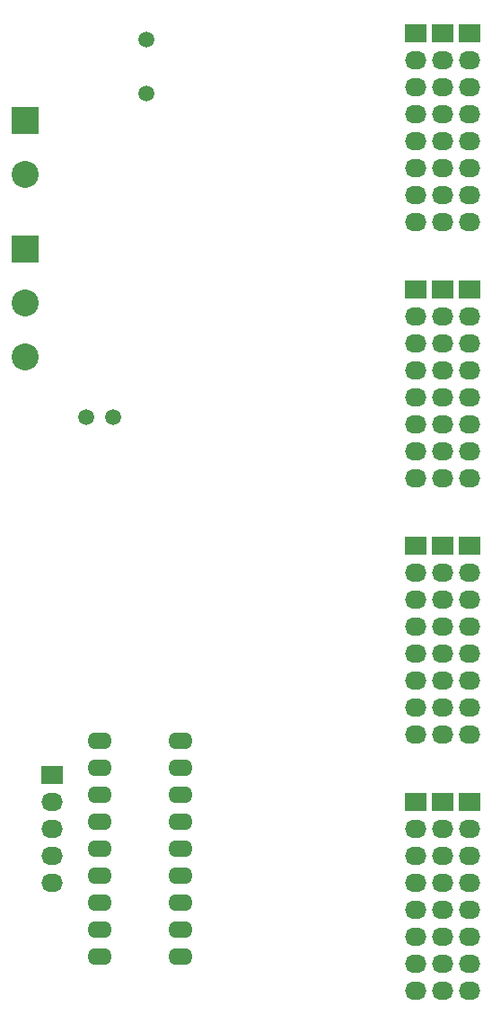
<source format=gbs>
G04 #@! TF.FileFunction,Soldermask,Bot*
%FSLAX46Y46*%
G04 Gerber Fmt 4.6, Leading zero omitted, Abs format (unit mm)*
G04 Created by KiCad (PCBNEW (2015-10-14 BZR 6269)-product) date Thursday, October 22, 2015 'PMt' 03:29:46 PM*
%MOMM*%
G01*
G04 APERTURE LIST*
%ADD10C,0.100000*%
%ADD11C,1.501140*%
%ADD12R,2.032000X1.727200*%
%ADD13O,2.032000X1.727200*%
%ADD14R,2.540000X2.540000*%
%ADD15C,2.540000*%
%ADD16O,2.300000X1.600000*%
G04 APERTURE END LIST*
D10*
D11*
X152400000Y-67945000D03*
X152400000Y-62865000D03*
X149225000Y-98425000D03*
X146685000Y-98425000D03*
D12*
X177800000Y-62230000D03*
D13*
X177800000Y-64770000D03*
X177800000Y-67310000D03*
X177800000Y-69850000D03*
X177800000Y-72390000D03*
X177800000Y-74930000D03*
X177800000Y-77470000D03*
X177800000Y-80010000D03*
D12*
X180340000Y-62230000D03*
D13*
X180340000Y-64770000D03*
X180340000Y-67310000D03*
X180340000Y-69850000D03*
X180340000Y-72390000D03*
X180340000Y-74930000D03*
X180340000Y-77470000D03*
X180340000Y-80010000D03*
D12*
X182880000Y-62230000D03*
D13*
X182880000Y-64770000D03*
X182880000Y-67310000D03*
X182880000Y-69850000D03*
X182880000Y-72390000D03*
X182880000Y-74930000D03*
X182880000Y-77470000D03*
X182880000Y-80010000D03*
D12*
X177800000Y-86360000D03*
D13*
X177800000Y-88900000D03*
X177800000Y-91440000D03*
X177800000Y-93980000D03*
X177800000Y-96520000D03*
X177800000Y-99060000D03*
X177800000Y-101600000D03*
X177800000Y-104140000D03*
D12*
X180340000Y-86360000D03*
D13*
X180340000Y-88900000D03*
X180340000Y-91440000D03*
X180340000Y-93980000D03*
X180340000Y-96520000D03*
X180340000Y-99060000D03*
X180340000Y-101600000D03*
X180340000Y-104140000D03*
D12*
X182880000Y-86360000D03*
D13*
X182880000Y-88900000D03*
X182880000Y-91440000D03*
X182880000Y-93980000D03*
X182880000Y-96520000D03*
X182880000Y-99060000D03*
X182880000Y-101600000D03*
X182880000Y-104140000D03*
D12*
X177800000Y-110490000D03*
D13*
X177800000Y-113030000D03*
X177800000Y-115570000D03*
X177800000Y-118110000D03*
X177800000Y-120650000D03*
X177800000Y-123190000D03*
X177800000Y-125730000D03*
X177800000Y-128270000D03*
D12*
X180340000Y-110490000D03*
D13*
X180340000Y-113030000D03*
X180340000Y-115570000D03*
X180340000Y-118110000D03*
X180340000Y-120650000D03*
X180340000Y-123190000D03*
X180340000Y-125730000D03*
X180340000Y-128270000D03*
D12*
X182880000Y-110490000D03*
D13*
X182880000Y-113030000D03*
X182880000Y-115570000D03*
X182880000Y-118110000D03*
X182880000Y-120650000D03*
X182880000Y-123190000D03*
X182880000Y-125730000D03*
X182880000Y-128270000D03*
D12*
X177800000Y-134620000D03*
D13*
X177800000Y-137160000D03*
X177800000Y-139700000D03*
X177800000Y-142240000D03*
X177800000Y-144780000D03*
X177800000Y-147320000D03*
X177800000Y-149860000D03*
X177800000Y-152400000D03*
D12*
X180340000Y-134620000D03*
D13*
X180340000Y-137160000D03*
X180340000Y-139700000D03*
X180340000Y-142240000D03*
X180340000Y-144780000D03*
X180340000Y-147320000D03*
X180340000Y-149860000D03*
X180340000Y-152400000D03*
D12*
X182880000Y-134620000D03*
D13*
X182880000Y-137160000D03*
X182880000Y-139700000D03*
X182880000Y-142240000D03*
X182880000Y-144780000D03*
X182880000Y-147320000D03*
X182880000Y-149860000D03*
X182880000Y-152400000D03*
D14*
X140970000Y-70485000D03*
D15*
X140970000Y-75565000D03*
D14*
X140970000Y-82550000D03*
D15*
X140970000Y-87630000D03*
X140970000Y-92710000D03*
D12*
X143510000Y-132080000D03*
D13*
X143510000Y-134620000D03*
X143510000Y-137160000D03*
X143510000Y-139700000D03*
X143510000Y-142240000D03*
D16*
X147955000Y-128905000D03*
X147955000Y-131445000D03*
X147955000Y-133985000D03*
X147955000Y-136525000D03*
X147955000Y-139065000D03*
X147955000Y-141605000D03*
X147955000Y-144145000D03*
X147955000Y-146685000D03*
X147955000Y-149225000D03*
X155575000Y-149225000D03*
X155575000Y-146685000D03*
X155575000Y-144145000D03*
X155575000Y-141605000D03*
X155575000Y-139065000D03*
X155575000Y-136525000D03*
X155575000Y-133985000D03*
X155575000Y-131445000D03*
X155575000Y-128905000D03*
M02*

</source>
